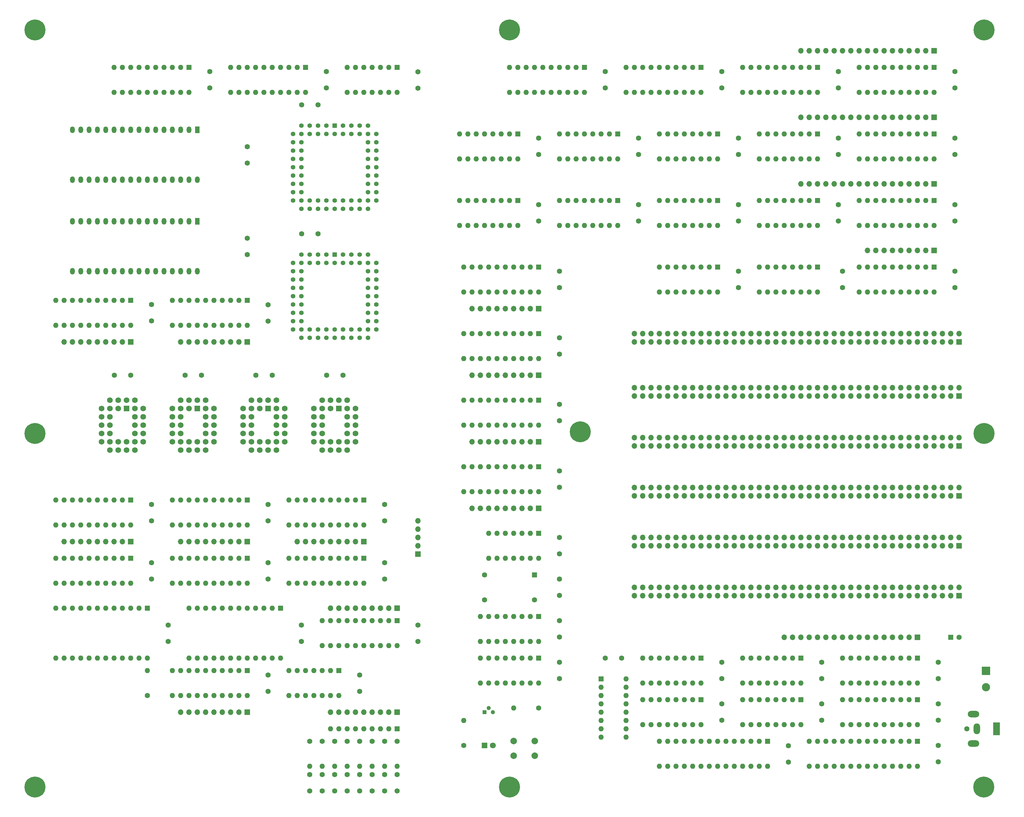
<source format=gbr>
G04 #@! TF.GenerationSoftware,KiCad,Pcbnew,(5.1.0-0)*
G04 #@! TF.CreationDate,2019-12-24T11:59:54-08:00*
G04 #@! TF.ProjectId,MainBoard,4d61696e-426f-4617-9264-2e6b69636164,rev?*
G04 #@! TF.SameCoordinates,Original*
G04 #@! TF.FileFunction,Soldermask,Bot*
G04 #@! TF.FilePolarity,Negative*
%FSLAX46Y46*%
G04 Gerber Fmt 4.6, Leading zero omitted, Abs format (unit mm)*
G04 Created by KiCad (PCBNEW (5.1.0-0)) date 2019-12-24 11:59:54*
%MOMM*%
%LPD*%
G04 APERTURE LIST*
%ADD10C,1.600000*%
%ADD11R,1.600000X1.600000*%
%ADD12R,1.750000X1.750000*%
%ADD13C,1.750000*%
%ADD14O,1.700000X1.700000*%
%ADD15R,1.700000X1.700000*%
%ADD16O,1.600000X1.600000*%
%ADD17R,1.300000X1.300000*%
%ADD18C,1.300000*%
%ADD19C,2.000000*%
%ADD20C,1.800000*%
%ADD21R,1.800000X1.800000*%
%ADD22C,6.400000*%
%ADD23O,1.440000X2.000000*%
%ADD24R,1.440000X2.000000*%
%ADD25R,2.000000X4.000000*%
%ADD26O,2.000000X3.300000*%
%ADD27O,3.500000X2.000000*%
%ADD28C,2.500000*%
%ADD29R,2.500000X2.500000*%
%ADD30C,1.422400*%
%ADD31R,1.422400X1.422400*%
G04 APERTURE END LIST*
D10*
X449580000Y-283210000D03*
D11*
X447080000Y-283210000D03*
D12*
X217170000Y-213360000D03*
D13*
X214630000Y-213360000D03*
X219710000Y-213360000D03*
X222250000Y-213360000D03*
X214630000Y-210820000D03*
X212090000Y-210820000D03*
X217170000Y-210820000D03*
X219710000Y-210820000D03*
X212090000Y-213360000D03*
X212090000Y-215900000D03*
X212090000Y-218440000D03*
X212090000Y-220980000D03*
X209550000Y-213360000D03*
X209550000Y-215900000D03*
X209550000Y-218440000D03*
X209550000Y-220980000D03*
X209550000Y-223520000D03*
X212090000Y-223520000D03*
X214630000Y-223520000D03*
X217170000Y-223520000D03*
X219710000Y-223520000D03*
X212090000Y-226060000D03*
X214630000Y-226060000D03*
X217170000Y-226060000D03*
X219710000Y-226060000D03*
X219710000Y-220980000D03*
X219710000Y-218440000D03*
X219710000Y-215900000D03*
X222250000Y-223520000D03*
X222250000Y-220980000D03*
X222250000Y-218440000D03*
X222250000Y-215900000D03*
X222250000Y-213360000D03*
D12*
X195580000Y-213360000D03*
D13*
X193040000Y-213360000D03*
X198120000Y-213360000D03*
X200660000Y-213360000D03*
X193040000Y-210820000D03*
X190500000Y-210820000D03*
X195580000Y-210820000D03*
X198120000Y-210820000D03*
X190500000Y-213360000D03*
X190500000Y-215900000D03*
X190500000Y-218440000D03*
X190500000Y-220980000D03*
X187960000Y-213360000D03*
X187960000Y-215900000D03*
X187960000Y-218440000D03*
X187960000Y-220980000D03*
X187960000Y-223520000D03*
X190500000Y-223520000D03*
X193040000Y-223520000D03*
X195580000Y-223520000D03*
X198120000Y-223520000D03*
X190500000Y-226060000D03*
X193040000Y-226060000D03*
X195580000Y-226060000D03*
X198120000Y-226060000D03*
X198120000Y-220980000D03*
X198120000Y-218440000D03*
X198120000Y-215900000D03*
X200660000Y-223520000D03*
X200660000Y-220980000D03*
X200660000Y-218440000D03*
X200660000Y-215900000D03*
X200660000Y-213360000D03*
D12*
X260350000Y-213360000D03*
D13*
X257810000Y-213360000D03*
X262890000Y-213360000D03*
X265430000Y-213360000D03*
X257810000Y-210820000D03*
X255270000Y-210820000D03*
X260350000Y-210820000D03*
X262890000Y-210820000D03*
X255270000Y-213360000D03*
X255270000Y-215900000D03*
X255270000Y-218440000D03*
X255270000Y-220980000D03*
X252730000Y-213360000D03*
X252730000Y-215900000D03*
X252730000Y-218440000D03*
X252730000Y-220980000D03*
X252730000Y-223520000D03*
X255270000Y-223520000D03*
X257810000Y-223520000D03*
X260350000Y-223520000D03*
X262890000Y-223520000D03*
X255270000Y-226060000D03*
X257810000Y-226060000D03*
X260350000Y-226060000D03*
X262890000Y-226060000D03*
X262890000Y-220980000D03*
X262890000Y-218440000D03*
X262890000Y-215900000D03*
X265430000Y-223520000D03*
X265430000Y-220980000D03*
X265430000Y-218440000D03*
X265430000Y-215900000D03*
X265430000Y-213360000D03*
D12*
X238760000Y-213360000D03*
D13*
X236220000Y-213360000D03*
X241300000Y-213360000D03*
X243840000Y-213360000D03*
X236220000Y-210820000D03*
X233680000Y-210820000D03*
X238760000Y-210820000D03*
X241300000Y-210820000D03*
X233680000Y-213360000D03*
X233680000Y-215900000D03*
X233680000Y-218440000D03*
X233680000Y-220980000D03*
X231140000Y-213360000D03*
X231140000Y-215900000D03*
X231140000Y-218440000D03*
X231140000Y-220980000D03*
X231140000Y-223520000D03*
X233680000Y-223520000D03*
X236220000Y-223520000D03*
X238760000Y-223520000D03*
X241300000Y-223520000D03*
X233680000Y-226060000D03*
X236220000Y-226060000D03*
X238760000Y-226060000D03*
X241300000Y-226060000D03*
X241300000Y-220980000D03*
X241300000Y-218440000D03*
X241300000Y-215900000D03*
X243840000Y-223520000D03*
X243840000Y-220980000D03*
X243840000Y-218440000D03*
X243840000Y-215900000D03*
X243840000Y-213360000D03*
D14*
X284480000Y-247650000D03*
X284480000Y-250190000D03*
X284480000Y-252730000D03*
X284480000Y-255270000D03*
D15*
X284480000Y-257810000D03*
D10*
X266700000Y-299720000D03*
X266700000Y-294720000D03*
D14*
X212090000Y-306070000D03*
X214630000Y-306070000D03*
X217170000Y-306070000D03*
X219710000Y-306070000D03*
X222250000Y-306070000D03*
X224790000Y-306070000D03*
X227330000Y-306070000D03*
X229870000Y-306070000D03*
D15*
X232410000Y-306070000D03*
D16*
X278130000Y-285750000D03*
X255270000Y-278130000D03*
X275590000Y-285750000D03*
X257810000Y-278130000D03*
X273050000Y-285750000D03*
X260350000Y-278130000D03*
X270510000Y-285750000D03*
X262890000Y-278130000D03*
X267970000Y-285750000D03*
X265430000Y-278130000D03*
X265430000Y-285750000D03*
X267970000Y-278130000D03*
X262890000Y-285750000D03*
X270510000Y-278130000D03*
X260350000Y-285750000D03*
X273050000Y-278130000D03*
X257810000Y-285750000D03*
X275590000Y-278130000D03*
X255270000Y-285750000D03*
D11*
X278130000Y-278130000D03*
D16*
X260350000Y-300990000D03*
X245110000Y-293370000D03*
X257810000Y-300990000D03*
X247650000Y-293370000D03*
X255270000Y-300990000D03*
X250190000Y-293370000D03*
X252730000Y-300990000D03*
X252730000Y-293370000D03*
X250190000Y-300990000D03*
X255270000Y-293370000D03*
X247650000Y-300990000D03*
X257810000Y-293370000D03*
X245110000Y-300990000D03*
D11*
X260350000Y-293370000D03*
D10*
X327660000Y-278130000D03*
X327660000Y-283130000D03*
D16*
X278130000Y-322580000D03*
D10*
X278130000Y-314960000D03*
D16*
X274320000Y-322580000D03*
D10*
X274320000Y-314960000D03*
D16*
X270510000Y-322580000D03*
D10*
X270510000Y-314960000D03*
D16*
X266700000Y-322580000D03*
D10*
X266700000Y-314960000D03*
D16*
X262890000Y-322580000D03*
D10*
X262890000Y-314960000D03*
D16*
X259080000Y-322580000D03*
D10*
X259080000Y-314960000D03*
D16*
X255270000Y-322580000D03*
D10*
X255270000Y-314960000D03*
D16*
X251460000Y-322580000D03*
D10*
X251460000Y-314960000D03*
X278130000Y-330120000D03*
X278130000Y-325120000D03*
X274320000Y-330120000D03*
X274320000Y-325120000D03*
X270510000Y-330120000D03*
X270510000Y-325120000D03*
X266700000Y-330120000D03*
X266700000Y-325120000D03*
X262890000Y-330120000D03*
X262890000Y-325120000D03*
X259080000Y-330120000D03*
X259080000Y-325120000D03*
X255270000Y-330120000D03*
X255270000Y-325120000D03*
X251460000Y-330120000D03*
X251460000Y-325120000D03*
D16*
X321310000Y-297180000D03*
X303530000Y-289560000D03*
X318770000Y-297180000D03*
X306070000Y-289560000D03*
X316230000Y-297180000D03*
X308610000Y-289560000D03*
X313690000Y-297180000D03*
X311150000Y-289560000D03*
X311150000Y-297180000D03*
X313690000Y-289560000D03*
X308610000Y-297180000D03*
X316230000Y-289560000D03*
X306070000Y-297180000D03*
X318770000Y-289560000D03*
X303530000Y-297180000D03*
D11*
X321310000Y-289560000D03*
D17*
X304800000Y-306070000D03*
D18*
X307340000Y-306070000D03*
X306070000Y-304800000D03*
D16*
X321310000Y-259080000D03*
X306070000Y-251460000D03*
X318770000Y-259080000D03*
X308610000Y-251460000D03*
X316230000Y-259080000D03*
X311150000Y-251460000D03*
X313690000Y-259080000D03*
X313690000Y-251460000D03*
X311150000Y-259080000D03*
X316230000Y-251460000D03*
X308610000Y-259080000D03*
X318770000Y-251460000D03*
X306070000Y-259080000D03*
D11*
X321310000Y-251460000D03*
D19*
X313690000Y-319350000D03*
X313690000Y-314850000D03*
X320190000Y-319350000D03*
X320190000Y-314850000D03*
D16*
X298450000Y-308610000D03*
D10*
X298450000Y-316230000D03*
D16*
X313690000Y-304800000D03*
D10*
X321310000Y-304800000D03*
D20*
X307340000Y-316230000D03*
D21*
X304800000Y-316230000D03*
D10*
X327660000Y-290830000D03*
X327660000Y-295830000D03*
X327660000Y-252730000D03*
X327660000Y-257730000D03*
X327660000Y-265430000D03*
X327660000Y-270430000D03*
D16*
X232410000Y-300990000D03*
X209550000Y-293370000D03*
X229870000Y-300990000D03*
X212090000Y-293370000D03*
X227330000Y-300990000D03*
X214630000Y-293370000D03*
X224790000Y-300990000D03*
X217170000Y-293370000D03*
X222250000Y-300990000D03*
X219710000Y-293370000D03*
X219710000Y-300990000D03*
X222250000Y-293370000D03*
X217170000Y-300990000D03*
X224790000Y-293370000D03*
X214630000Y-300990000D03*
X227330000Y-293370000D03*
X212090000Y-300990000D03*
X229870000Y-293370000D03*
X209550000Y-300990000D03*
D11*
X232410000Y-293370000D03*
D16*
X201930000Y-289560000D03*
X173990000Y-274320000D03*
X199390000Y-289560000D03*
X176530000Y-274320000D03*
X196850000Y-289560000D03*
X179070000Y-274320000D03*
X194310000Y-289560000D03*
X181610000Y-274320000D03*
X191770000Y-289560000D03*
X184150000Y-274320000D03*
X189230000Y-289560000D03*
X186690000Y-274320000D03*
X186690000Y-289560000D03*
X189230000Y-274320000D03*
X184150000Y-289560000D03*
X191770000Y-274320000D03*
X181610000Y-289560000D03*
X194310000Y-274320000D03*
X179070000Y-289560000D03*
X196850000Y-274320000D03*
X176530000Y-289560000D03*
X199390000Y-274320000D03*
X173990000Y-289560000D03*
D11*
X201930000Y-274320000D03*
D16*
X242570000Y-289560000D03*
X214630000Y-274320000D03*
X240030000Y-289560000D03*
X217170000Y-274320000D03*
X237490000Y-289560000D03*
X219710000Y-274320000D03*
X234950000Y-289560000D03*
X222250000Y-274320000D03*
X232410000Y-289560000D03*
X224790000Y-274320000D03*
X229870000Y-289560000D03*
X227330000Y-274320000D03*
X227330000Y-289560000D03*
X229870000Y-274320000D03*
X224790000Y-289560000D03*
X232410000Y-274320000D03*
X222250000Y-289560000D03*
X234950000Y-274320000D03*
X219710000Y-289560000D03*
X237490000Y-274320000D03*
X217170000Y-289560000D03*
X240030000Y-274320000D03*
X214630000Y-289560000D03*
D11*
X242570000Y-274320000D03*
D16*
X201930000Y-293370000D03*
D10*
X201930000Y-300990000D03*
D14*
X257810000Y-274320000D03*
X260350000Y-274320000D03*
X262890000Y-274320000D03*
X265430000Y-274320000D03*
X267970000Y-274320000D03*
X270510000Y-274320000D03*
X273050000Y-274320000D03*
X275590000Y-274320000D03*
D15*
X278130000Y-274320000D03*
D10*
X238760000Y-299720000D03*
X238760000Y-294720000D03*
X248920000Y-279480000D03*
X248920000Y-284480000D03*
X284480000Y-279480000D03*
X284480000Y-284480000D03*
X208280000Y-279480000D03*
X208280000Y-284480000D03*
D16*
X321310000Y-284480000D03*
X303530000Y-276860000D03*
X318770000Y-284480000D03*
X306070000Y-276860000D03*
X316230000Y-284480000D03*
X308610000Y-276860000D03*
X313690000Y-284480000D03*
X311150000Y-276860000D03*
X311150000Y-284480000D03*
X313690000Y-276860000D03*
X308610000Y-284480000D03*
X316230000Y-276860000D03*
X306070000Y-284480000D03*
X318770000Y-276860000D03*
X303530000Y-284480000D03*
D11*
X321310000Y-276860000D03*
D10*
X304800000Y-264160000D03*
X304800000Y-271780000D03*
X320040000Y-271780000D03*
D11*
X320040000Y-264160000D03*
D16*
X370840000Y-309880000D03*
X353060000Y-302260000D03*
X368300000Y-309880000D03*
X355600000Y-302260000D03*
X365760000Y-309880000D03*
X358140000Y-302260000D03*
X363220000Y-309880000D03*
X360680000Y-302260000D03*
X360680000Y-309880000D03*
X363220000Y-302260000D03*
X358140000Y-309880000D03*
X365760000Y-302260000D03*
X355600000Y-309880000D03*
X368300000Y-302260000D03*
X353060000Y-309880000D03*
D11*
X370840000Y-302260000D03*
D16*
X401320000Y-309880000D03*
X383540000Y-302260000D03*
X398780000Y-309880000D03*
X386080000Y-302260000D03*
X396240000Y-309880000D03*
X388620000Y-302260000D03*
X393700000Y-309880000D03*
X391160000Y-302260000D03*
X391160000Y-309880000D03*
X393700000Y-302260000D03*
X388620000Y-309880000D03*
X396240000Y-302260000D03*
X386080000Y-309880000D03*
X398780000Y-302260000D03*
X383540000Y-309880000D03*
D11*
X401320000Y-302260000D03*
D16*
X436880000Y-297180000D03*
X414020000Y-289560000D03*
X434340000Y-297180000D03*
X416560000Y-289560000D03*
X431800000Y-297180000D03*
X419100000Y-289560000D03*
X429260000Y-297180000D03*
X421640000Y-289560000D03*
X426720000Y-297180000D03*
X424180000Y-289560000D03*
X424180000Y-297180000D03*
X426720000Y-289560000D03*
X421640000Y-297180000D03*
X429260000Y-289560000D03*
X419100000Y-297180000D03*
X431800000Y-289560000D03*
X416560000Y-297180000D03*
X434340000Y-289560000D03*
X414020000Y-297180000D03*
D11*
X436880000Y-289560000D03*
D16*
X370840000Y-297180000D03*
X353060000Y-289560000D03*
X368300000Y-297180000D03*
X355600000Y-289560000D03*
X365760000Y-297180000D03*
X358140000Y-289560000D03*
X363220000Y-297180000D03*
X360680000Y-289560000D03*
X360680000Y-297180000D03*
X363220000Y-289560000D03*
X358140000Y-297180000D03*
X365760000Y-289560000D03*
X355600000Y-297180000D03*
X368300000Y-289560000D03*
X353060000Y-297180000D03*
D11*
X370840000Y-289560000D03*
D16*
X436880000Y-309880000D03*
X414020000Y-302260000D03*
X434340000Y-309880000D03*
X416560000Y-302260000D03*
X431800000Y-309880000D03*
X419100000Y-302260000D03*
X429260000Y-309880000D03*
X421640000Y-302260000D03*
X426720000Y-309880000D03*
X424180000Y-302260000D03*
X424180000Y-309880000D03*
X426720000Y-302260000D03*
X421640000Y-309880000D03*
X429260000Y-302260000D03*
X419100000Y-309880000D03*
X431800000Y-302260000D03*
X416560000Y-309880000D03*
X434340000Y-302260000D03*
X414020000Y-309880000D03*
D11*
X436880000Y-302260000D03*
D16*
X401320000Y-297180000D03*
X383540000Y-289560000D03*
X398780000Y-297180000D03*
X386080000Y-289560000D03*
X396240000Y-297180000D03*
X388620000Y-289560000D03*
X393700000Y-297180000D03*
X391160000Y-289560000D03*
X391160000Y-297180000D03*
X393700000Y-289560000D03*
X388620000Y-297180000D03*
X396240000Y-289560000D03*
X386080000Y-297180000D03*
X398780000Y-289560000D03*
X383540000Y-297180000D03*
D11*
X401320000Y-289560000D03*
D16*
X391160000Y-322580000D03*
X358140000Y-314960000D03*
X388620000Y-322580000D03*
X360680000Y-314960000D03*
X386080000Y-322580000D03*
X363220000Y-314960000D03*
X383540000Y-322580000D03*
X365760000Y-314960000D03*
X381000000Y-322580000D03*
X368300000Y-314960000D03*
X378460000Y-322580000D03*
X370840000Y-314960000D03*
X375920000Y-322580000D03*
X373380000Y-314960000D03*
X373380000Y-322580000D03*
X375920000Y-314960000D03*
X370840000Y-322580000D03*
X378460000Y-314960000D03*
X368300000Y-322580000D03*
X381000000Y-314960000D03*
X365760000Y-322580000D03*
X383540000Y-314960000D03*
X363220000Y-322580000D03*
X386080000Y-314960000D03*
X360680000Y-322580000D03*
X388620000Y-314960000D03*
X358140000Y-322580000D03*
D11*
X391160000Y-314960000D03*
D16*
X436880000Y-322580000D03*
X403860000Y-314960000D03*
X434340000Y-322580000D03*
X406400000Y-314960000D03*
X431800000Y-322580000D03*
X408940000Y-314960000D03*
X429260000Y-322580000D03*
X411480000Y-314960000D03*
X426720000Y-322580000D03*
X414020000Y-314960000D03*
X424180000Y-322580000D03*
X416560000Y-314960000D03*
X421640000Y-322580000D03*
X419100000Y-314960000D03*
X419100000Y-322580000D03*
X421640000Y-314960000D03*
X416560000Y-322580000D03*
X424180000Y-314960000D03*
X414020000Y-322580000D03*
X426720000Y-314960000D03*
X411480000Y-322580000D03*
X429260000Y-314960000D03*
X408940000Y-322580000D03*
X431800000Y-314960000D03*
X406400000Y-322580000D03*
X434340000Y-314960000D03*
X403860000Y-322580000D03*
D11*
X436880000Y-314960000D03*
D16*
X347980000Y-295910000D03*
X340360000Y-313690000D03*
X347980000Y-298450000D03*
X340360000Y-311150000D03*
X347980000Y-300990000D03*
X340360000Y-308610000D03*
X347980000Y-303530000D03*
X340360000Y-306070000D03*
X347980000Y-306070000D03*
X340360000Y-303530000D03*
X347980000Y-308610000D03*
X340360000Y-300990000D03*
X347980000Y-311150000D03*
X340360000Y-298450000D03*
X347980000Y-313690000D03*
D11*
X340360000Y-295910000D03*
D14*
X396240000Y-283210000D03*
X398780000Y-283210000D03*
X401320000Y-283210000D03*
X403860000Y-283210000D03*
X406400000Y-283210000D03*
X408940000Y-283210000D03*
X411480000Y-283210000D03*
X414020000Y-283210000D03*
X416560000Y-283210000D03*
X419100000Y-283210000D03*
X421640000Y-283210000D03*
X424180000Y-283210000D03*
X426720000Y-283210000D03*
X429260000Y-283210000D03*
X431800000Y-283210000D03*
X434340000Y-283210000D03*
D15*
X436880000Y-283210000D03*
D10*
X377190000Y-290830000D03*
X377190000Y-295830000D03*
X407670000Y-290830000D03*
X407670000Y-295830000D03*
X407670000Y-303530000D03*
X407670000Y-308530000D03*
X443230000Y-303530000D03*
X443230000Y-308530000D03*
X377190000Y-303530000D03*
X377190000Y-308530000D03*
X443230000Y-290830000D03*
X443230000Y-295830000D03*
X443230000Y-321230000D03*
X443230000Y-316230000D03*
X341630000Y-289560000D03*
X346630000Y-289560000D03*
X397510000Y-316310000D03*
X397510000Y-321310000D03*
D14*
X350520000Y-267970000D03*
X350520000Y-270510000D03*
X353060000Y-267970000D03*
X353060000Y-270510000D03*
X355600000Y-267970000D03*
X355600000Y-270510000D03*
X358140000Y-267970000D03*
X358140000Y-270510000D03*
X360680000Y-267970000D03*
X360680000Y-270510000D03*
X363220000Y-267970000D03*
X363220000Y-270510000D03*
X365760000Y-267970000D03*
X365760000Y-270510000D03*
X368300000Y-267970000D03*
X368300000Y-270510000D03*
X370840000Y-267970000D03*
X370840000Y-270510000D03*
X373380000Y-267970000D03*
X373380000Y-270510000D03*
X375920000Y-267970000D03*
X375920000Y-270510000D03*
X378460000Y-267970000D03*
X378460000Y-270510000D03*
X381000000Y-267970000D03*
X381000000Y-270510000D03*
X383540000Y-267970000D03*
X383540000Y-270510000D03*
X386080000Y-267970000D03*
X386080000Y-270510000D03*
X388620000Y-267970000D03*
X388620000Y-270510000D03*
X391160000Y-267970000D03*
X391160000Y-270510000D03*
X393700000Y-267970000D03*
X393700000Y-270510000D03*
X396240000Y-267970000D03*
X396240000Y-270510000D03*
X398780000Y-267970000D03*
X398780000Y-270510000D03*
X401320000Y-267970000D03*
X401320000Y-270510000D03*
X403860000Y-267970000D03*
X403860000Y-270510000D03*
X406400000Y-267970000D03*
X406400000Y-270510000D03*
X408940000Y-267970000D03*
X408940000Y-270510000D03*
X411480000Y-267970000D03*
X411480000Y-270510000D03*
X414020000Y-267970000D03*
X414020000Y-270510000D03*
X416560000Y-267970000D03*
X416560000Y-270510000D03*
X419100000Y-267970000D03*
X419100000Y-270510000D03*
X421640000Y-267970000D03*
X421640000Y-270510000D03*
X424180000Y-267970000D03*
X424180000Y-270510000D03*
X426720000Y-267970000D03*
X426720000Y-270510000D03*
X429260000Y-267970000D03*
X429260000Y-270510000D03*
X431800000Y-267970000D03*
X431800000Y-270510000D03*
X434340000Y-267970000D03*
X434340000Y-270510000D03*
X436880000Y-267970000D03*
X436880000Y-270510000D03*
X439420000Y-267970000D03*
X439420000Y-270510000D03*
X441960000Y-267970000D03*
X441960000Y-270510000D03*
X444500000Y-267970000D03*
X444500000Y-270510000D03*
X447040000Y-267970000D03*
X447040000Y-270510000D03*
X449580000Y-267970000D03*
D15*
X449580000Y-270510000D03*
D14*
X350520000Y-222250000D03*
X350520000Y-224790000D03*
X353060000Y-222250000D03*
X353060000Y-224790000D03*
X355600000Y-222250000D03*
X355600000Y-224790000D03*
X358140000Y-222250000D03*
X358140000Y-224790000D03*
X360680000Y-222250000D03*
X360680000Y-224790000D03*
X363220000Y-222250000D03*
X363220000Y-224790000D03*
X365760000Y-222250000D03*
X365760000Y-224790000D03*
X368300000Y-222250000D03*
X368300000Y-224790000D03*
X370840000Y-222250000D03*
X370840000Y-224790000D03*
X373380000Y-222250000D03*
X373380000Y-224790000D03*
X375920000Y-222250000D03*
X375920000Y-224790000D03*
X378460000Y-222250000D03*
X378460000Y-224790000D03*
X381000000Y-222250000D03*
X381000000Y-224790000D03*
X383540000Y-222250000D03*
X383540000Y-224790000D03*
X386080000Y-222250000D03*
X386080000Y-224790000D03*
X388620000Y-222250000D03*
X388620000Y-224790000D03*
X391160000Y-222250000D03*
X391160000Y-224790000D03*
X393700000Y-222250000D03*
X393700000Y-224790000D03*
X396240000Y-222250000D03*
X396240000Y-224790000D03*
X398780000Y-222250000D03*
X398780000Y-224790000D03*
X401320000Y-222250000D03*
X401320000Y-224790000D03*
X403860000Y-222250000D03*
X403860000Y-224790000D03*
X406400000Y-222250000D03*
X406400000Y-224790000D03*
X408940000Y-222250000D03*
X408940000Y-224790000D03*
X411480000Y-222250000D03*
X411480000Y-224790000D03*
X414020000Y-222250000D03*
X414020000Y-224790000D03*
X416560000Y-222250000D03*
X416560000Y-224790000D03*
X419100000Y-222250000D03*
X419100000Y-224790000D03*
X421640000Y-222250000D03*
X421640000Y-224790000D03*
X424180000Y-222250000D03*
X424180000Y-224790000D03*
X426720000Y-222250000D03*
X426720000Y-224790000D03*
X429260000Y-222250000D03*
X429260000Y-224790000D03*
X431800000Y-222250000D03*
X431800000Y-224790000D03*
X434340000Y-222250000D03*
X434340000Y-224790000D03*
X436880000Y-222250000D03*
X436880000Y-224790000D03*
X439420000Y-222250000D03*
X439420000Y-224790000D03*
X441960000Y-222250000D03*
X441960000Y-224790000D03*
X444500000Y-222250000D03*
X444500000Y-224790000D03*
X447040000Y-222250000D03*
X447040000Y-224790000D03*
X449580000Y-222250000D03*
D15*
X449580000Y-224790000D03*
D14*
X350520000Y-252730000D03*
X350520000Y-255270000D03*
X353060000Y-252730000D03*
X353060000Y-255270000D03*
X355600000Y-252730000D03*
X355600000Y-255270000D03*
X358140000Y-252730000D03*
X358140000Y-255270000D03*
X360680000Y-252730000D03*
X360680000Y-255270000D03*
X363220000Y-252730000D03*
X363220000Y-255270000D03*
X365760000Y-252730000D03*
X365760000Y-255270000D03*
X368300000Y-252730000D03*
X368300000Y-255270000D03*
X370840000Y-252730000D03*
X370840000Y-255270000D03*
X373380000Y-252730000D03*
X373380000Y-255270000D03*
X375920000Y-252730000D03*
X375920000Y-255270000D03*
X378460000Y-252730000D03*
X378460000Y-255270000D03*
X381000000Y-252730000D03*
X381000000Y-255270000D03*
X383540000Y-252730000D03*
X383540000Y-255270000D03*
X386080000Y-252730000D03*
X386080000Y-255270000D03*
X388620000Y-252730000D03*
X388620000Y-255270000D03*
X391160000Y-252730000D03*
X391160000Y-255270000D03*
X393700000Y-252730000D03*
X393700000Y-255270000D03*
X396240000Y-252730000D03*
X396240000Y-255270000D03*
X398780000Y-252730000D03*
X398780000Y-255270000D03*
X401320000Y-252730000D03*
X401320000Y-255270000D03*
X403860000Y-252730000D03*
X403860000Y-255270000D03*
X406400000Y-252730000D03*
X406400000Y-255270000D03*
X408940000Y-252730000D03*
X408940000Y-255270000D03*
X411480000Y-252730000D03*
X411480000Y-255270000D03*
X414020000Y-252730000D03*
X414020000Y-255270000D03*
X416560000Y-252730000D03*
X416560000Y-255270000D03*
X419100000Y-252730000D03*
X419100000Y-255270000D03*
X421640000Y-252730000D03*
X421640000Y-255270000D03*
X424180000Y-252730000D03*
X424180000Y-255270000D03*
X426720000Y-252730000D03*
X426720000Y-255270000D03*
X429260000Y-252730000D03*
X429260000Y-255270000D03*
X431800000Y-252730000D03*
X431800000Y-255270000D03*
X434340000Y-252730000D03*
X434340000Y-255270000D03*
X436880000Y-252730000D03*
X436880000Y-255270000D03*
X439420000Y-252730000D03*
X439420000Y-255270000D03*
X441960000Y-252730000D03*
X441960000Y-255270000D03*
X444500000Y-252730000D03*
X444500000Y-255270000D03*
X447040000Y-252730000D03*
X447040000Y-255270000D03*
X449580000Y-252730000D03*
D15*
X449580000Y-255270000D03*
D14*
X350520000Y-207010000D03*
X350520000Y-209550000D03*
X353060000Y-207010000D03*
X353060000Y-209550000D03*
X355600000Y-207010000D03*
X355600000Y-209550000D03*
X358140000Y-207010000D03*
X358140000Y-209550000D03*
X360680000Y-207010000D03*
X360680000Y-209550000D03*
X363220000Y-207010000D03*
X363220000Y-209550000D03*
X365760000Y-207010000D03*
X365760000Y-209550000D03*
X368300000Y-207010000D03*
X368300000Y-209550000D03*
X370840000Y-207010000D03*
X370840000Y-209550000D03*
X373380000Y-207010000D03*
X373380000Y-209550000D03*
X375920000Y-207010000D03*
X375920000Y-209550000D03*
X378460000Y-207010000D03*
X378460000Y-209550000D03*
X381000000Y-207010000D03*
X381000000Y-209550000D03*
X383540000Y-207010000D03*
X383540000Y-209550000D03*
X386080000Y-207010000D03*
X386080000Y-209550000D03*
X388620000Y-207010000D03*
X388620000Y-209550000D03*
X391160000Y-207010000D03*
X391160000Y-209550000D03*
X393700000Y-207010000D03*
X393700000Y-209550000D03*
X396240000Y-207010000D03*
X396240000Y-209550000D03*
X398780000Y-207010000D03*
X398780000Y-209550000D03*
X401320000Y-207010000D03*
X401320000Y-209550000D03*
X403860000Y-207010000D03*
X403860000Y-209550000D03*
X406400000Y-207010000D03*
X406400000Y-209550000D03*
X408940000Y-207010000D03*
X408940000Y-209550000D03*
X411480000Y-207010000D03*
X411480000Y-209550000D03*
X414020000Y-207010000D03*
X414020000Y-209550000D03*
X416560000Y-207010000D03*
X416560000Y-209550000D03*
X419100000Y-207010000D03*
X419100000Y-209550000D03*
X421640000Y-207010000D03*
X421640000Y-209550000D03*
X424180000Y-207010000D03*
X424180000Y-209550000D03*
X426720000Y-207010000D03*
X426720000Y-209550000D03*
X429260000Y-207010000D03*
X429260000Y-209550000D03*
X431800000Y-207010000D03*
X431800000Y-209550000D03*
X434340000Y-207010000D03*
X434340000Y-209550000D03*
X436880000Y-207010000D03*
X436880000Y-209550000D03*
X439420000Y-207010000D03*
X439420000Y-209550000D03*
X441960000Y-207010000D03*
X441960000Y-209550000D03*
X444500000Y-207010000D03*
X444500000Y-209550000D03*
X447040000Y-207010000D03*
X447040000Y-209550000D03*
X449580000Y-207010000D03*
D15*
X449580000Y-209550000D03*
D14*
X350520000Y-237490000D03*
X350520000Y-240030000D03*
X353060000Y-237490000D03*
X353060000Y-240030000D03*
X355600000Y-237490000D03*
X355600000Y-240030000D03*
X358140000Y-237490000D03*
X358140000Y-240030000D03*
X360680000Y-237490000D03*
X360680000Y-240030000D03*
X363220000Y-237490000D03*
X363220000Y-240030000D03*
X365760000Y-237490000D03*
X365760000Y-240030000D03*
X368300000Y-237490000D03*
X368300000Y-240030000D03*
X370840000Y-237490000D03*
X370840000Y-240030000D03*
X373380000Y-237490000D03*
X373380000Y-240030000D03*
X375920000Y-237490000D03*
X375920000Y-240030000D03*
X378460000Y-237490000D03*
X378460000Y-240030000D03*
X381000000Y-237490000D03*
X381000000Y-240030000D03*
X383540000Y-237490000D03*
X383540000Y-240030000D03*
X386080000Y-237490000D03*
X386080000Y-240030000D03*
X388620000Y-237490000D03*
X388620000Y-240030000D03*
X391160000Y-237490000D03*
X391160000Y-240030000D03*
X393700000Y-237490000D03*
X393700000Y-240030000D03*
X396240000Y-237490000D03*
X396240000Y-240030000D03*
X398780000Y-237490000D03*
X398780000Y-240030000D03*
X401320000Y-237490000D03*
X401320000Y-240030000D03*
X403860000Y-237490000D03*
X403860000Y-240030000D03*
X406400000Y-237490000D03*
X406400000Y-240030000D03*
X408940000Y-237490000D03*
X408940000Y-240030000D03*
X411480000Y-237490000D03*
X411480000Y-240030000D03*
X414020000Y-237490000D03*
X414020000Y-240030000D03*
X416560000Y-237490000D03*
X416560000Y-240030000D03*
X419100000Y-237490000D03*
X419100000Y-240030000D03*
X421640000Y-237490000D03*
X421640000Y-240030000D03*
X424180000Y-237490000D03*
X424180000Y-240030000D03*
X426720000Y-237490000D03*
X426720000Y-240030000D03*
X429260000Y-237490000D03*
X429260000Y-240030000D03*
X431800000Y-237490000D03*
X431800000Y-240030000D03*
X434340000Y-237490000D03*
X434340000Y-240030000D03*
X436880000Y-237490000D03*
X436880000Y-240030000D03*
X439420000Y-237490000D03*
X439420000Y-240030000D03*
X441960000Y-237490000D03*
X441960000Y-240030000D03*
X444500000Y-237490000D03*
X444500000Y-240030000D03*
X447040000Y-237490000D03*
X447040000Y-240030000D03*
X449580000Y-237490000D03*
D15*
X449580000Y-240030000D03*
D14*
X350520000Y-190500000D03*
X350520000Y-193040000D03*
X353060000Y-190500000D03*
X353060000Y-193040000D03*
X355600000Y-190500000D03*
X355600000Y-193040000D03*
X358140000Y-190500000D03*
X358140000Y-193040000D03*
X360680000Y-190500000D03*
X360680000Y-193040000D03*
X363220000Y-190500000D03*
X363220000Y-193040000D03*
X365760000Y-190500000D03*
X365760000Y-193040000D03*
X368300000Y-190500000D03*
X368300000Y-193040000D03*
X370840000Y-190500000D03*
X370840000Y-193040000D03*
X373380000Y-190500000D03*
X373380000Y-193040000D03*
X375920000Y-190500000D03*
X375920000Y-193040000D03*
X378460000Y-190500000D03*
X378460000Y-193040000D03*
X381000000Y-190500000D03*
X381000000Y-193040000D03*
X383540000Y-190500000D03*
X383540000Y-193040000D03*
X386080000Y-190500000D03*
X386080000Y-193040000D03*
X388620000Y-190500000D03*
X388620000Y-193040000D03*
X391160000Y-190500000D03*
X391160000Y-193040000D03*
X393700000Y-190500000D03*
X393700000Y-193040000D03*
X396240000Y-190500000D03*
X396240000Y-193040000D03*
X398780000Y-190500000D03*
X398780000Y-193040000D03*
X401320000Y-190500000D03*
X401320000Y-193040000D03*
X403860000Y-190500000D03*
X403860000Y-193040000D03*
X406400000Y-190500000D03*
X406400000Y-193040000D03*
X408940000Y-190500000D03*
X408940000Y-193040000D03*
X411480000Y-190500000D03*
X411480000Y-193040000D03*
X414020000Y-190500000D03*
X414020000Y-193040000D03*
X416560000Y-190500000D03*
X416560000Y-193040000D03*
X419100000Y-190500000D03*
X419100000Y-193040000D03*
X421640000Y-190500000D03*
X421640000Y-193040000D03*
X424180000Y-190500000D03*
X424180000Y-193040000D03*
X426720000Y-190500000D03*
X426720000Y-193040000D03*
X429260000Y-190500000D03*
X429260000Y-193040000D03*
X431800000Y-190500000D03*
X431800000Y-193040000D03*
X434340000Y-190500000D03*
X434340000Y-193040000D03*
X436880000Y-190500000D03*
X436880000Y-193040000D03*
X439420000Y-190500000D03*
X439420000Y-193040000D03*
X441960000Y-190500000D03*
X441960000Y-193040000D03*
X444500000Y-190500000D03*
X444500000Y-193040000D03*
X447040000Y-190500000D03*
X447040000Y-193040000D03*
X449580000Y-190500000D03*
D15*
X449580000Y-193040000D03*
D22*
X312420000Y-328930000D03*
X334010000Y-220472000D03*
X312420000Y-97790000D03*
X457200000Y-220980000D03*
D16*
X196850000Y-266700000D03*
X173990000Y-259080000D03*
X194310000Y-266700000D03*
X176530000Y-259080000D03*
X191770000Y-266700000D03*
X179070000Y-259080000D03*
X189230000Y-266700000D03*
X181610000Y-259080000D03*
X186690000Y-266700000D03*
X184150000Y-259080000D03*
X184150000Y-266700000D03*
X186690000Y-259080000D03*
X181610000Y-266700000D03*
X189230000Y-259080000D03*
X179070000Y-266700000D03*
X191770000Y-259080000D03*
X176530000Y-266700000D03*
X194310000Y-259080000D03*
X173990000Y-266700000D03*
D11*
X196850000Y-259080000D03*
D16*
X196850000Y-248920000D03*
X173990000Y-241300000D03*
X194310000Y-248920000D03*
X176530000Y-241300000D03*
X191770000Y-248920000D03*
X179070000Y-241300000D03*
X189230000Y-248920000D03*
X181610000Y-241300000D03*
X186690000Y-248920000D03*
X184150000Y-241300000D03*
X184150000Y-248920000D03*
X186690000Y-241300000D03*
X181610000Y-248920000D03*
X189230000Y-241300000D03*
X179070000Y-248920000D03*
X191770000Y-241300000D03*
X176530000Y-248920000D03*
X194310000Y-241300000D03*
X173990000Y-248920000D03*
D11*
X196850000Y-241300000D03*
D16*
X345440000Y-157480000D03*
X327660000Y-149860000D03*
X342900000Y-157480000D03*
X330200000Y-149860000D03*
X340360000Y-157480000D03*
X332740000Y-149860000D03*
X337820000Y-157480000D03*
X335280000Y-149860000D03*
X335280000Y-157480000D03*
X337820000Y-149860000D03*
X332740000Y-157480000D03*
X340360000Y-149860000D03*
X330200000Y-157480000D03*
X342900000Y-149860000D03*
X327660000Y-157480000D03*
D11*
X345440000Y-149860000D03*
D15*
X321310000Y-243840000D03*
D14*
X318770000Y-243840000D03*
X316230000Y-243840000D03*
X313690000Y-243840000D03*
X311150000Y-243840000D03*
X308610000Y-243840000D03*
X306070000Y-243840000D03*
X303530000Y-243840000D03*
X300990000Y-243840000D03*
X300990000Y-223520000D03*
X303530000Y-223520000D03*
X306070000Y-223520000D03*
X308610000Y-223520000D03*
X311150000Y-223520000D03*
X313690000Y-223520000D03*
X316230000Y-223520000D03*
X318770000Y-223520000D03*
D15*
X321310000Y-223520000D03*
D14*
X300990000Y-203200000D03*
X303530000Y-203200000D03*
X306070000Y-203200000D03*
X308610000Y-203200000D03*
X311150000Y-203200000D03*
X313690000Y-203200000D03*
X316230000Y-203200000D03*
X318770000Y-203200000D03*
D15*
X321310000Y-203200000D03*
D14*
X300990000Y-182880000D03*
X303530000Y-182880000D03*
X306070000Y-182880000D03*
X308610000Y-182880000D03*
X311150000Y-182880000D03*
X313690000Y-182880000D03*
X316230000Y-182880000D03*
X318770000Y-182880000D03*
D15*
X321310000Y-182880000D03*
D11*
X321310000Y-231140000D03*
D16*
X298450000Y-238760000D03*
X318770000Y-231140000D03*
X300990000Y-238760000D03*
X316230000Y-231140000D03*
X303530000Y-238760000D03*
X313690000Y-231140000D03*
X306070000Y-238760000D03*
X311150000Y-231140000D03*
X308610000Y-238760000D03*
X308610000Y-231140000D03*
X311150000Y-238760000D03*
X306070000Y-231140000D03*
X313690000Y-238760000D03*
X303530000Y-231140000D03*
X316230000Y-238760000D03*
X300990000Y-231140000D03*
X318770000Y-238760000D03*
X298450000Y-231140000D03*
X321310000Y-238760000D03*
X321310000Y-218440000D03*
X298450000Y-210820000D03*
X318770000Y-218440000D03*
X300990000Y-210820000D03*
X316230000Y-218440000D03*
X303530000Y-210820000D03*
X313690000Y-218440000D03*
X306070000Y-210820000D03*
X311150000Y-218440000D03*
X308610000Y-210820000D03*
X308610000Y-218440000D03*
X311150000Y-210820000D03*
X306070000Y-218440000D03*
X313690000Y-210820000D03*
X303530000Y-218440000D03*
X316230000Y-210820000D03*
X300990000Y-218440000D03*
X318770000Y-210820000D03*
X298450000Y-218440000D03*
D11*
X321310000Y-210820000D03*
D16*
X321310000Y-198120000D03*
X298450000Y-190500000D03*
X318770000Y-198120000D03*
X300990000Y-190500000D03*
X316230000Y-198120000D03*
X303530000Y-190500000D03*
X313690000Y-198120000D03*
X306070000Y-190500000D03*
X311150000Y-198120000D03*
X308610000Y-190500000D03*
X308610000Y-198120000D03*
X311150000Y-190500000D03*
X306070000Y-198120000D03*
X313690000Y-190500000D03*
X303530000Y-198120000D03*
X316230000Y-190500000D03*
X300990000Y-198120000D03*
X318770000Y-190500000D03*
X298450000Y-198120000D03*
D11*
X321310000Y-190500000D03*
D16*
X321310000Y-177800000D03*
X298450000Y-170180000D03*
X318770000Y-177800000D03*
X300990000Y-170180000D03*
X316230000Y-177800000D03*
X303530000Y-170180000D03*
X313690000Y-177800000D03*
X306070000Y-170180000D03*
X311150000Y-177800000D03*
X308610000Y-170180000D03*
X308610000Y-177800000D03*
X311150000Y-170180000D03*
X306070000Y-177800000D03*
X313690000Y-170180000D03*
X303530000Y-177800000D03*
X316230000Y-170180000D03*
X300990000Y-177800000D03*
X318770000Y-170180000D03*
X298450000Y-177800000D03*
D11*
X321310000Y-170180000D03*
D10*
X213440000Y-203200000D03*
X218440000Y-203200000D03*
X327660000Y-237410000D03*
X327660000Y-232410000D03*
X256620000Y-203200000D03*
X261620000Y-203200000D03*
X235030000Y-203200000D03*
X240030000Y-203200000D03*
X327660000Y-212090000D03*
X327660000Y-217090000D03*
X327660000Y-191770000D03*
X327660000Y-196770000D03*
X191850000Y-203200000D03*
X196850000Y-203200000D03*
X327660000Y-176450000D03*
X327660000Y-171450000D03*
D16*
X441960000Y-157480000D03*
X419100000Y-149860000D03*
X439420000Y-157480000D03*
X421640000Y-149860000D03*
X436880000Y-157480000D03*
X424180000Y-149860000D03*
X434340000Y-157480000D03*
X426720000Y-149860000D03*
X431800000Y-157480000D03*
X429260000Y-149860000D03*
X429260000Y-157480000D03*
X431800000Y-149860000D03*
X426720000Y-157480000D03*
X434340000Y-149860000D03*
X424180000Y-157480000D03*
X436880000Y-149860000D03*
X421640000Y-157480000D03*
X439420000Y-149860000D03*
X419100000Y-157480000D03*
D11*
X441960000Y-149860000D03*
D23*
X179070000Y-143510000D03*
X179070000Y-128270000D03*
X181610000Y-143510000D03*
X181610000Y-128270000D03*
X184150000Y-143510000D03*
X184150000Y-128270000D03*
X186690000Y-143510000D03*
X186690000Y-128270000D03*
X189230000Y-143510000D03*
X189230000Y-128270000D03*
X191770000Y-143510000D03*
X191770000Y-128270000D03*
X194310000Y-143510000D03*
X194310000Y-128270000D03*
X196850000Y-143510000D03*
X196850000Y-128270000D03*
X199390000Y-143510000D03*
X199390000Y-128270000D03*
X201930000Y-143510000D03*
X201930000Y-128270000D03*
X204470000Y-143510000D03*
X204470000Y-128270000D03*
X207010000Y-143510000D03*
X207010000Y-128270000D03*
X209550000Y-143510000D03*
X209550000Y-128270000D03*
X212090000Y-143510000D03*
X212090000Y-128270000D03*
X214630000Y-143510000D03*
X214630000Y-128270000D03*
X217170000Y-143510000D03*
D24*
X217170000Y-128270000D03*
D23*
X179070000Y-171450000D03*
X179070000Y-156210000D03*
X181610000Y-171450000D03*
X181610000Y-156210000D03*
X184150000Y-171450000D03*
X184150000Y-156210000D03*
X186690000Y-171450000D03*
X186690000Y-156210000D03*
X189230000Y-171450000D03*
X189230000Y-156210000D03*
X191770000Y-171450000D03*
X191770000Y-156210000D03*
X194310000Y-171450000D03*
X194310000Y-156210000D03*
X196850000Y-171450000D03*
X196850000Y-156210000D03*
X199390000Y-171450000D03*
X199390000Y-156210000D03*
X201930000Y-171450000D03*
X201930000Y-156210000D03*
X204470000Y-171450000D03*
X204470000Y-156210000D03*
X207010000Y-171450000D03*
X207010000Y-156210000D03*
X209550000Y-171450000D03*
X209550000Y-156210000D03*
X212090000Y-171450000D03*
X212090000Y-156210000D03*
X214630000Y-171450000D03*
X214630000Y-156210000D03*
X217170000Y-171450000D03*
D24*
X217170000Y-156210000D03*
D25*
X461010000Y-311150000D03*
D26*
X455010000Y-311150000D03*
D27*
X454010000Y-306650000D03*
X454010000Y-315650000D03*
D10*
X452010000Y-311150000D03*
D28*
X457815000Y-298450000D03*
D29*
X457815000Y-293450000D03*
D22*
X457180000Y-328930000D03*
D10*
X254000000Y-160020000D03*
X249000000Y-160020000D03*
D11*
X278130000Y-109220000D03*
D16*
X262890000Y-116840000D03*
X275590000Y-109220000D03*
X265430000Y-116840000D03*
X273050000Y-109220000D03*
X267970000Y-116840000D03*
X270510000Y-109220000D03*
X270510000Y-116840000D03*
X267970000Y-109220000D03*
X273050000Y-116840000D03*
X265430000Y-109220000D03*
X275590000Y-116840000D03*
X262890000Y-109220000D03*
X278130000Y-116840000D03*
D30*
X259080000Y-168910000D03*
X256540000Y-168910000D03*
X254000000Y-168910000D03*
X251460000Y-168910000D03*
X261620000Y-168910000D03*
X264160000Y-168910000D03*
X266700000Y-168910000D03*
X269240000Y-168910000D03*
D31*
X259080000Y-166370000D03*
D30*
X256540000Y-166370000D03*
X254000000Y-166370000D03*
X251460000Y-166370000D03*
X248920000Y-166370000D03*
X261620000Y-166370000D03*
X264160000Y-166370000D03*
X266700000Y-166370000D03*
X248920000Y-168910000D03*
X248920000Y-171450000D03*
X248920000Y-173990000D03*
X248920000Y-176530000D03*
X248920000Y-179070000D03*
X248920000Y-181610000D03*
X248920000Y-184150000D03*
X248920000Y-186690000D03*
X246380000Y-168910000D03*
X246380000Y-171450000D03*
X246380000Y-173990000D03*
X246380000Y-176530000D03*
X246380000Y-179070000D03*
X246380000Y-181610000D03*
X246380000Y-184150000D03*
X246380000Y-186690000D03*
X246380000Y-189230000D03*
X248920000Y-189230000D03*
X251460000Y-189230000D03*
X254000000Y-189230000D03*
X256540000Y-189230000D03*
X259080000Y-189230000D03*
X261620000Y-189230000D03*
X264160000Y-189230000D03*
X266700000Y-189230000D03*
X271780000Y-189230000D03*
X248920000Y-191770000D03*
X251460000Y-191770000D03*
X254000000Y-191770000D03*
X256540000Y-191770000D03*
X259080000Y-191770000D03*
X261620000Y-191770000D03*
X264160000Y-191770000D03*
X266700000Y-191770000D03*
X269240000Y-191770000D03*
X269240000Y-189230000D03*
X269240000Y-186690000D03*
X269240000Y-184150000D03*
X269240000Y-181610000D03*
X269240000Y-179070000D03*
X269240000Y-176530000D03*
X269240000Y-173990000D03*
X269240000Y-171450000D03*
X269240000Y-166370000D03*
X271780000Y-186690000D03*
X271780000Y-184150000D03*
X271780000Y-181610000D03*
X271780000Y-179070000D03*
X271780000Y-176530000D03*
X271780000Y-173990000D03*
X271780000Y-171450000D03*
X271780000Y-168910000D03*
X259080000Y-129540000D03*
X256540000Y-129540000D03*
X254000000Y-129540000D03*
X251460000Y-129540000D03*
X261620000Y-129540000D03*
X264160000Y-129540000D03*
X266700000Y-129540000D03*
X269240000Y-129540000D03*
D31*
X259080000Y-127000000D03*
D30*
X256540000Y-127000000D03*
X254000000Y-127000000D03*
X251460000Y-127000000D03*
X248920000Y-127000000D03*
X261620000Y-127000000D03*
X264160000Y-127000000D03*
X266700000Y-127000000D03*
X248920000Y-129540000D03*
X248920000Y-132080000D03*
X248920000Y-134620000D03*
X248920000Y-137160000D03*
X248920000Y-139700000D03*
X248920000Y-142240000D03*
X248920000Y-144780000D03*
X248920000Y-147320000D03*
X246380000Y-129540000D03*
X246380000Y-132080000D03*
X246380000Y-134620000D03*
X246380000Y-137160000D03*
X246380000Y-139700000D03*
X246380000Y-142240000D03*
X246380000Y-144780000D03*
X246380000Y-147320000D03*
X246380000Y-149860000D03*
X248920000Y-149860000D03*
X251460000Y-149860000D03*
X254000000Y-149860000D03*
X256540000Y-149860000D03*
X259080000Y-149860000D03*
X261620000Y-149860000D03*
X264160000Y-149860000D03*
X266700000Y-149860000D03*
X271780000Y-149860000D03*
X248920000Y-152400000D03*
X251460000Y-152400000D03*
X254000000Y-152400000D03*
X256540000Y-152400000D03*
X259080000Y-152400000D03*
X261620000Y-152400000D03*
X264160000Y-152400000D03*
X266700000Y-152400000D03*
X269240000Y-152400000D03*
X269240000Y-149860000D03*
X269240000Y-147320000D03*
X269240000Y-144780000D03*
X269240000Y-142240000D03*
X269240000Y-139700000D03*
X269240000Y-137160000D03*
X269240000Y-134620000D03*
X269240000Y-132080000D03*
X269240000Y-127000000D03*
X271780000Y-147320000D03*
X271780000Y-144780000D03*
X271780000Y-142240000D03*
X271780000Y-139700000D03*
X271780000Y-137160000D03*
X271780000Y-134620000D03*
X271780000Y-132080000D03*
X271780000Y-129540000D03*
D10*
X232410000Y-133430000D03*
X232410000Y-138430000D03*
X232410000Y-161370000D03*
X232410000Y-166370000D03*
D11*
X441960000Y-109220000D03*
D16*
X419100000Y-116840000D03*
X439420000Y-109220000D03*
X421640000Y-116840000D03*
X436880000Y-109220000D03*
X424180000Y-116840000D03*
X434340000Y-109220000D03*
X426720000Y-116840000D03*
X431800000Y-109220000D03*
X429260000Y-116840000D03*
X429260000Y-109220000D03*
X431800000Y-116840000D03*
X426720000Y-109220000D03*
X434340000Y-116840000D03*
X424180000Y-109220000D03*
X436880000Y-116840000D03*
X421640000Y-109220000D03*
X439420000Y-116840000D03*
X419100000Y-109220000D03*
X441960000Y-116840000D03*
D11*
X406400000Y-109220000D03*
D16*
X383540000Y-116840000D03*
X403860000Y-109220000D03*
X386080000Y-116840000D03*
X401320000Y-109220000D03*
X388620000Y-116840000D03*
X398780000Y-109220000D03*
X391160000Y-116840000D03*
X396240000Y-109220000D03*
X393700000Y-116840000D03*
X393700000Y-109220000D03*
X396240000Y-116840000D03*
X391160000Y-109220000D03*
X398780000Y-116840000D03*
X388620000Y-109220000D03*
X401320000Y-116840000D03*
X386080000Y-109220000D03*
X403860000Y-116840000D03*
X383540000Y-109220000D03*
X406400000Y-116840000D03*
X370840000Y-116840000D03*
X347980000Y-109220000D03*
X368300000Y-116840000D03*
X350520000Y-109220000D03*
X365760000Y-116840000D03*
X353060000Y-109220000D03*
X363220000Y-116840000D03*
X355600000Y-109220000D03*
X360680000Y-116840000D03*
X358140000Y-109220000D03*
X358140000Y-116840000D03*
X360680000Y-109220000D03*
X355600000Y-116840000D03*
X363220000Y-109220000D03*
X353060000Y-116840000D03*
X365760000Y-109220000D03*
X350520000Y-116840000D03*
X368300000Y-109220000D03*
X347980000Y-116840000D03*
D11*
X370840000Y-109220000D03*
X335280000Y-109220000D03*
D16*
X312420000Y-116840000D03*
X332740000Y-109220000D03*
X314960000Y-116840000D03*
X330200000Y-109220000D03*
X317500000Y-116840000D03*
X327660000Y-109220000D03*
X320040000Y-116840000D03*
X325120000Y-109220000D03*
X322580000Y-116840000D03*
X322580000Y-109220000D03*
X325120000Y-116840000D03*
X320040000Y-109220000D03*
X327660000Y-116840000D03*
X317500000Y-109220000D03*
X330200000Y-116840000D03*
X314960000Y-109220000D03*
X332740000Y-116840000D03*
X312420000Y-109220000D03*
X335280000Y-116840000D03*
D14*
X401320000Y-104140000D03*
X403860000Y-104140000D03*
X406400000Y-104140000D03*
X408940000Y-104140000D03*
X411480000Y-104140000D03*
X414020000Y-104140000D03*
X416560000Y-104140000D03*
X419100000Y-104140000D03*
X421640000Y-104140000D03*
X424180000Y-104140000D03*
X426720000Y-104140000D03*
X429260000Y-104140000D03*
X431800000Y-104140000D03*
X434340000Y-104140000D03*
X436880000Y-104140000D03*
X439420000Y-104140000D03*
D15*
X441960000Y-104140000D03*
D10*
X256540000Y-115490000D03*
X256540000Y-110490000D03*
X220980000Y-115490000D03*
X220980000Y-110490000D03*
X448310000Y-110490000D03*
X448310000Y-115490000D03*
X412750000Y-110490000D03*
X412750000Y-115490000D03*
D14*
X401320000Y-144780000D03*
X403860000Y-144780000D03*
X406400000Y-144780000D03*
X408940000Y-144780000D03*
X411480000Y-144780000D03*
X414020000Y-144780000D03*
X416560000Y-144780000D03*
X419100000Y-144780000D03*
X421640000Y-144780000D03*
X424180000Y-144780000D03*
X426720000Y-144780000D03*
X429260000Y-144780000D03*
X431800000Y-144780000D03*
X434340000Y-144780000D03*
X436880000Y-144780000D03*
X439420000Y-144780000D03*
D15*
X441960000Y-144780000D03*
D11*
X314960000Y-149860000D03*
D16*
X297180000Y-157480000D03*
X312420000Y-149860000D03*
X299720000Y-157480000D03*
X309880000Y-149860000D03*
X302260000Y-157480000D03*
X307340000Y-149860000D03*
X304800000Y-157480000D03*
X304800000Y-149860000D03*
X307340000Y-157480000D03*
X302260000Y-149860000D03*
X309880000Y-157480000D03*
X299720000Y-149860000D03*
X312420000Y-157480000D03*
X297180000Y-149860000D03*
X314960000Y-157480000D03*
X375920000Y-157480000D03*
X358140000Y-149860000D03*
X373380000Y-157480000D03*
X360680000Y-149860000D03*
X370840000Y-157480000D03*
X363220000Y-149860000D03*
X368300000Y-157480000D03*
X365760000Y-149860000D03*
X365760000Y-157480000D03*
X368300000Y-149860000D03*
X363220000Y-157480000D03*
X370840000Y-149860000D03*
X360680000Y-157480000D03*
X373380000Y-149860000D03*
X358140000Y-157480000D03*
D11*
X375920000Y-149860000D03*
D16*
X441960000Y-137160000D03*
X419100000Y-129540000D03*
X439420000Y-137160000D03*
X421640000Y-129540000D03*
X436880000Y-137160000D03*
X424180000Y-129540000D03*
X434340000Y-137160000D03*
X426720000Y-129540000D03*
X431800000Y-137160000D03*
X429260000Y-129540000D03*
X429260000Y-137160000D03*
X431800000Y-129540000D03*
X426720000Y-137160000D03*
X434340000Y-129540000D03*
X424180000Y-137160000D03*
X436880000Y-129540000D03*
X421640000Y-137160000D03*
X439420000Y-129540000D03*
X419100000Y-137160000D03*
D11*
X441960000Y-129540000D03*
D16*
X406400000Y-157480000D03*
X388620000Y-149860000D03*
X403860000Y-157480000D03*
X391160000Y-149860000D03*
X401320000Y-157480000D03*
X393700000Y-149860000D03*
X398780000Y-157480000D03*
X396240000Y-149860000D03*
X396240000Y-157480000D03*
X398780000Y-149860000D03*
X393700000Y-157480000D03*
X401320000Y-149860000D03*
X391160000Y-157480000D03*
X403860000Y-149860000D03*
X388620000Y-157480000D03*
D11*
X406400000Y-149860000D03*
D10*
X448310000Y-151130000D03*
X448310000Y-156130000D03*
X448310000Y-130810000D03*
X448310000Y-135810000D03*
X274320000Y-260430000D03*
X274320000Y-265430000D03*
D14*
X212090000Y-193040000D03*
X214630000Y-193040000D03*
X217170000Y-193040000D03*
X219710000Y-193040000D03*
X222250000Y-193040000D03*
X224790000Y-193040000D03*
X227330000Y-193040000D03*
X229870000Y-193040000D03*
D15*
X232410000Y-193040000D03*
X196850000Y-193040000D03*
D14*
X194310000Y-193040000D03*
X191770000Y-193040000D03*
X189230000Y-193040000D03*
X186690000Y-193040000D03*
X184150000Y-193040000D03*
X181610000Y-193040000D03*
X179070000Y-193040000D03*
X176530000Y-193040000D03*
D16*
X232410000Y-266700000D03*
X209550000Y-259080000D03*
X229870000Y-266700000D03*
X212090000Y-259080000D03*
X227330000Y-266700000D03*
X214630000Y-259080000D03*
X224790000Y-266700000D03*
X217170000Y-259080000D03*
X222250000Y-266700000D03*
X219710000Y-259080000D03*
X219710000Y-266700000D03*
X222250000Y-259080000D03*
X217170000Y-266700000D03*
X224790000Y-259080000D03*
X214630000Y-266700000D03*
X227330000Y-259080000D03*
X212090000Y-266700000D03*
X229870000Y-259080000D03*
X209550000Y-266700000D03*
D11*
X232410000Y-259080000D03*
D16*
X267970000Y-266700000D03*
X245110000Y-259080000D03*
X265430000Y-266700000D03*
X247650000Y-259080000D03*
X262890000Y-266700000D03*
X250190000Y-259080000D03*
X260350000Y-266700000D03*
X252730000Y-259080000D03*
X257810000Y-266700000D03*
X255270000Y-259080000D03*
X255270000Y-266700000D03*
X257810000Y-259080000D03*
X252730000Y-266700000D03*
X260350000Y-259080000D03*
X250190000Y-266700000D03*
X262890000Y-259080000D03*
X247650000Y-266700000D03*
X265430000Y-259080000D03*
X245110000Y-266700000D03*
D11*
X267970000Y-259080000D03*
D16*
X375920000Y-177800000D03*
X358140000Y-170180000D03*
X373380000Y-177800000D03*
X360680000Y-170180000D03*
X370840000Y-177800000D03*
X363220000Y-170180000D03*
X368300000Y-177800000D03*
X365760000Y-170180000D03*
X365760000Y-177800000D03*
X368300000Y-170180000D03*
X363220000Y-177800000D03*
X370840000Y-170180000D03*
X360680000Y-177800000D03*
X373380000Y-170180000D03*
X358140000Y-177800000D03*
D11*
X375920000Y-170180000D03*
D22*
X457200000Y-97790000D03*
X167640000Y-328930000D03*
X167640000Y-220980000D03*
X167640000Y-97790000D03*
D10*
X382270000Y-171450000D03*
X382270000Y-176450000D03*
D16*
X232410000Y-248920000D03*
X209550000Y-241300000D03*
X229870000Y-248920000D03*
X212090000Y-241300000D03*
X227330000Y-248920000D03*
X214630000Y-241300000D03*
X224790000Y-248920000D03*
X217170000Y-241300000D03*
X222250000Y-248920000D03*
X219710000Y-241300000D03*
X219710000Y-248920000D03*
X222250000Y-241300000D03*
X217170000Y-248920000D03*
X224790000Y-241300000D03*
X214630000Y-248920000D03*
X227330000Y-241300000D03*
X212090000Y-248920000D03*
X229870000Y-241300000D03*
X209550000Y-248920000D03*
D11*
X232410000Y-241300000D03*
D16*
X267979000Y-248915800D03*
X245119000Y-241295800D03*
X265439000Y-248915800D03*
X247659000Y-241295800D03*
X262899000Y-248915800D03*
X250199000Y-241295800D03*
X260359000Y-248915800D03*
X252739000Y-241295800D03*
X257819000Y-248915800D03*
X255279000Y-241295800D03*
X255279000Y-248915800D03*
X257819000Y-241295800D03*
X252739000Y-248915800D03*
X260359000Y-241295800D03*
X250199000Y-248915800D03*
X262899000Y-241295800D03*
X247659000Y-248915800D03*
X265439000Y-241295800D03*
X245119000Y-248915800D03*
D11*
X267979000Y-241295800D03*
X196850000Y-180340000D03*
D16*
X173990000Y-187960000D03*
X194310000Y-180340000D03*
X176530000Y-187960000D03*
X191770000Y-180340000D03*
X179070000Y-187960000D03*
X189230000Y-180340000D03*
X181610000Y-187960000D03*
X186690000Y-180340000D03*
X184150000Y-187960000D03*
X184150000Y-180340000D03*
X186690000Y-187960000D03*
X181610000Y-180340000D03*
X189230000Y-187960000D03*
X179070000Y-180340000D03*
X191770000Y-187960000D03*
X176530000Y-180340000D03*
X194310000Y-187960000D03*
X173990000Y-180340000D03*
X196850000Y-187960000D03*
D11*
X232410000Y-180340000D03*
D16*
X209550000Y-187960000D03*
X229870000Y-180340000D03*
X212090000Y-187960000D03*
X227330000Y-180340000D03*
X214630000Y-187960000D03*
X224790000Y-180340000D03*
X217170000Y-187960000D03*
X222250000Y-180340000D03*
X219710000Y-187960000D03*
X219710000Y-180340000D03*
X222250000Y-187960000D03*
X217170000Y-180340000D03*
X224790000Y-187960000D03*
X214630000Y-180340000D03*
X227330000Y-187960000D03*
X212090000Y-180340000D03*
X229870000Y-187960000D03*
X209550000Y-180340000D03*
X232410000Y-187960000D03*
D11*
X214630000Y-109220000D03*
D16*
X191770000Y-116840000D03*
X212090000Y-109220000D03*
X194310000Y-116840000D03*
X209550000Y-109220000D03*
X196850000Y-116840000D03*
X207010000Y-109220000D03*
X199390000Y-116840000D03*
X204470000Y-109220000D03*
X201930000Y-116840000D03*
X201930000Y-109220000D03*
X204470000Y-116840000D03*
X199390000Y-109220000D03*
X207010000Y-116840000D03*
X196850000Y-109220000D03*
X209550000Y-116840000D03*
X194310000Y-109220000D03*
X212090000Y-116840000D03*
X191770000Y-109220000D03*
X214630000Y-116840000D03*
D11*
X250190000Y-109220000D03*
D16*
X227330000Y-116840000D03*
X247650000Y-109220000D03*
X229870000Y-116840000D03*
X245110000Y-109220000D03*
X232410000Y-116840000D03*
X242570000Y-109220000D03*
X234950000Y-116840000D03*
X240030000Y-109220000D03*
X237490000Y-116840000D03*
X237490000Y-109220000D03*
X240030000Y-116840000D03*
X234950000Y-109220000D03*
X242570000Y-116840000D03*
X232410000Y-109220000D03*
X245110000Y-116840000D03*
X229870000Y-109220000D03*
X247650000Y-116840000D03*
X227330000Y-109220000D03*
X250190000Y-116840000D03*
X314960000Y-137160000D03*
X297180000Y-129540000D03*
X312420000Y-137160000D03*
X299720000Y-129540000D03*
X309880000Y-137160000D03*
X302260000Y-129540000D03*
X307340000Y-137160000D03*
X304800000Y-129540000D03*
X304800000Y-137160000D03*
X307340000Y-129540000D03*
X302260000Y-137160000D03*
X309880000Y-129540000D03*
X299720000Y-137160000D03*
X312420000Y-129540000D03*
X297180000Y-137160000D03*
D11*
X314960000Y-129540000D03*
X345440000Y-129540000D03*
D16*
X327660000Y-137160000D03*
X342900000Y-129540000D03*
X330200000Y-137160000D03*
X340360000Y-129540000D03*
X332740000Y-137160000D03*
X337820000Y-129540000D03*
X335280000Y-137160000D03*
X335280000Y-129540000D03*
X337820000Y-137160000D03*
X332740000Y-129540000D03*
X340360000Y-137160000D03*
X330200000Y-129540000D03*
X342900000Y-137160000D03*
X327660000Y-129540000D03*
X345440000Y-137160000D03*
D11*
X375920000Y-129540000D03*
D16*
X358140000Y-137160000D03*
X373380000Y-129540000D03*
X360680000Y-137160000D03*
X370840000Y-129540000D03*
X363220000Y-137160000D03*
X368300000Y-129540000D03*
X365760000Y-137160000D03*
X365760000Y-129540000D03*
X368300000Y-137160000D03*
X363220000Y-129540000D03*
X370840000Y-137160000D03*
X360680000Y-129540000D03*
X373380000Y-137160000D03*
X358140000Y-129540000D03*
X375920000Y-137160000D03*
X406400000Y-137160000D03*
X388620000Y-129540000D03*
X403860000Y-137160000D03*
X391160000Y-129540000D03*
X401320000Y-137160000D03*
X393700000Y-129540000D03*
X398780000Y-137160000D03*
X396240000Y-129540000D03*
X396240000Y-137160000D03*
X398780000Y-129540000D03*
X393700000Y-137160000D03*
X401320000Y-129540000D03*
X391160000Y-137160000D03*
X403860000Y-129540000D03*
X388620000Y-137160000D03*
D11*
X406400000Y-129540000D03*
D16*
X406400000Y-177800000D03*
X388620000Y-170180000D03*
X403860000Y-177800000D03*
X391160000Y-170180000D03*
X401320000Y-177800000D03*
X393700000Y-170180000D03*
X398780000Y-177800000D03*
X396240000Y-170180000D03*
X396240000Y-177800000D03*
X398780000Y-170180000D03*
X393700000Y-177800000D03*
X401320000Y-170180000D03*
X391160000Y-177800000D03*
X403860000Y-170180000D03*
X388620000Y-177800000D03*
D11*
X406400000Y-170180000D03*
X441960000Y-170180000D03*
D16*
X419100000Y-177800000D03*
X439420000Y-170180000D03*
X421640000Y-177800000D03*
X436880000Y-170180000D03*
X424180000Y-177800000D03*
X434340000Y-170180000D03*
X426720000Y-177800000D03*
X431800000Y-170180000D03*
X429260000Y-177800000D03*
X429260000Y-170180000D03*
X431800000Y-177800000D03*
X426720000Y-170180000D03*
X434340000Y-177800000D03*
X424180000Y-170180000D03*
X436880000Y-177800000D03*
X421640000Y-170180000D03*
X439420000Y-177800000D03*
X419100000Y-170180000D03*
X441960000Y-177800000D03*
X257810000Y-311150000D03*
X260350000Y-311150000D03*
X262890000Y-311150000D03*
X265430000Y-311150000D03*
X267970000Y-311150000D03*
X270510000Y-311150000D03*
X273050000Y-311150000D03*
X275590000Y-311150000D03*
D11*
X278130000Y-311150000D03*
D14*
X257810000Y-306070000D03*
X260350000Y-306070000D03*
X262890000Y-306070000D03*
X265430000Y-306070000D03*
X267970000Y-306070000D03*
X270510000Y-306070000D03*
X273050000Y-306070000D03*
X275590000Y-306070000D03*
D15*
X278130000Y-306070000D03*
D14*
X212090000Y-254000000D03*
X214630000Y-254000000D03*
X217170000Y-254000000D03*
X219710000Y-254000000D03*
X222250000Y-254000000D03*
X224790000Y-254000000D03*
X227330000Y-254000000D03*
X229870000Y-254000000D03*
D15*
X232410000Y-254000000D03*
D14*
X176530000Y-254000000D03*
X179070000Y-254000000D03*
X181610000Y-254000000D03*
X184150000Y-254000000D03*
X186690000Y-254000000D03*
X189230000Y-254000000D03*
X191770000Y-254000000D03*
X194310000Y-254000000D03*
D15*
X196850000Y-254000000D03*
D14*
X247650000Y-254000000D03*
X250190000Y-254000000D03*
X252730000Y-254000000D03*
X255270000Y-254000000D03*
X257810000Y-254000000D03*
X260350000Y-254000000D03*
X262890000Y-254000000D03*
X265430000Y-254000000D03*
D15*
X267970000Y-254000000D03*
D14*
X401320000Y-124460000D03*
X403860000Y-124460000D03*
X406400000Y-124460000D03*
X408940000Y-124460000D03*
X411480000Y-124460000D03*
X414020000Y-124460000D03*
X416560000Y-124460000D03*
X419100000Y-124460000D03*
X421640000Y-124460000D03*
X424180000Y-124460000D03*
X426720000Y-124460000D03*
X429260000Y-124460000D03*
X431800000Y-124460000D03*
X434340000Y-124460000D03*
X436880000Y-124460000D03*
X439420000Y-124460000D03*
D15*
X441960000Y-124460000D03*
X441960000Y-165100000D03*
D14*
X439420000Y-165100000D03*
X436880000Y-165100000D03*
X434340000Y-165100000D03*
X431800000Y-165100000D03*
X429260000Y-165100000D03*
X426720000Y-165100000D03*
X424180000Y-165100000D03*
X421640000Y-165100000D03*
D10*
X238760000Y-242650000D03*
X238760000Y-247650000D03*
X238760000Y-260430000D03*
X238760000Y-265430000D03*
X203200000Y-242650000D03*
X203200000Y-247650000D03*
X203200000Y-260430000D03*
X203200000Y-265430000D03*
X274320000Y-242650000D03*
X274320000Y-247650000D03*
X203200000Y-181610000D03*
X203200000Y-186610000D03*
X238760000Y-186690000D03*
X238760000Y-181690000D03*
X284480000Y-110570000D03*
X284480000Y-115570000D03*
X254000000Y-120650000D03*
X249000000Y-120650000D03*
X341630000Y-115490000D03*
X341630000Y-110490000D03*
X377190000Y-115490000D03*
X377190000Y-110490000D03*
X321310000Y-135810000D03*
X321310000Y-130810000D03*
X351790000Y-130810000D03*
X351790000Y-135810000D03*
X382270000Y-130810000D03*
X382270000Y-135810000D03*
X412750000Y-135810000D03*
X412750000Y-130810000D03*
X351790000Y-151130000D03*
X351790000Y-156130000D03*
X412750000Y-151130000D03*
X412750000Y-156130000D03*
X321310000Y-151130000D03*
X321310000Y-156130000D03*
X382270000Y-151130000D03*
X382270000Y-156130000D03*
X414020000Y-171450000D03*
X414020000Y-176450000D03*
X448310000Y-171450000D03*
X448310000Y-176450000D03*
M02*

</source>
